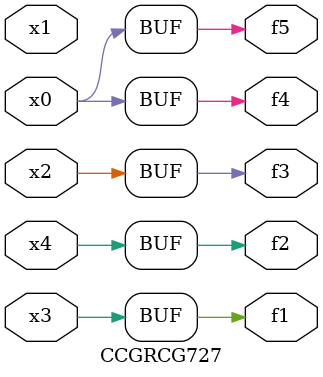
<source format=v>
module CCGRCG727(
	input x0, x1, x2, x3, x4,
	output f1, f2, f3, f4, f5
);
	assign f1 = x3;
	assign f2 = x4;
	assign f3 = x2;
	assign f4 = x0;
	assign f5 = x0;
endmodule

</source>
